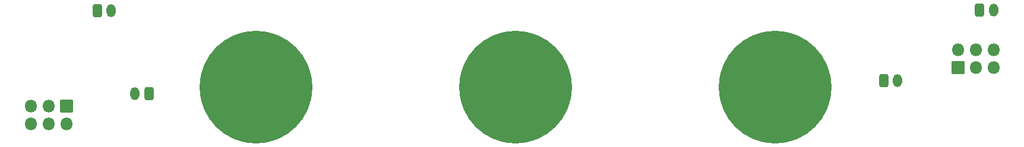
<source format=gbr>
G04 #@! TF.GenerationSoftware,KiCad,Pcbnew,(5.99.0-8941-ge2f8b1a4b1)*
G04 #@! TF.CreationDate,2021-03-10T18:45:48+13:00*
G04 #@! TF.ProjectId,diyBMS-Leaf,64697942-4d53-42d4-9c65-61662e6b6963,2.01*
G04 #@! TF.SameCoordinates,Original*
G04 #@! TF.FileFunction,Soldermask,Bot*
G04 #@! TF.FilePolarity,Negative*
%FSLAX46Y46*%
G04 Gerber Fmt 4.6, Leading zero omitted, Abs format (unit mm)*
G04 Created by KiCad (PCBNEW (5.99.0-8941-ge2f8b1a4b1)) date 2021-03-10 18:45:48*
%MOMM*%
%LPD*%
G01*
G04 APERTURE LIST*
G04 Aperture macros list*
%AMRoundRect*
0 Rectangle with rounded corners*
0 $1 Rounding radius*
0 $2 $3 $4 $5 $6 $7 $8 $9 X,Y pos of 4 corners*
0 Add a 4 corners polygon primitive as box body*
4,1,4,$2,$3,$4,$5,$6,$7,$8,$9,$2,$3,0*
0 Add four circle primitives for the rounded corners*
1,1,$1+$1,$2,$3*
1,1,$1+$1,$4,$5*
1,1,$1+$1,$6,$7*
1,1,$1+$1,$8,$9*
0 Add four rect primitives between the rounded corners*
20,1,$1+$1,$2,$3,$4,$5,0*
20,1,$1+$1,$4,$5,$6,$7,0*
20,1,$1+$1,$6,$7,$8,$9,0*
20,1,$1+$1,$8,$9,$2,$3,0*%
G04 Aperture macros list end*
%ADD10C,1.002000*%
%ADD11C,16.102000*%
%ADD12RoundRect,0.271250X0.379750X0.654750X-0.379750X0.654750X-0.379750X-0.654750X0.379750X-0.654750X0*%
%ADD13O,1.302000X1.852000*%
%ADD14RoundRect,0.271250X-0.379750X-0.654750X0.379750X-0.654750X0.379750X0.654750X-0.379750X0.654750X0*%
%ADD15RoundRect,0.051000X0.850000X-0.850000X0.850000X0.850000X-0.850000X0.850000X-0.850000X-0.850000X0*%
%ADD16O,1.802000X1.802000*%
%ADD17RoundRect,0.051000X-0.850000X0.850000X-0.850000X-0.850000X0.850000X-0.850000X0.850000X0.850000X0*%
G04 APERTURE END LIST*
D10*
X115500000Y-97875000D03*
X120375000Y-93000000D03*
X118947146Y-89552854D03*
X118947146Y-96447146D03*
X112052854Y-96447146D03*
X112052854Y-89552854D03*
X115500000Y-88125000D03*
D11*
X115500000Y-93000000D03*
D10*
X110625000Y-93000000D03*
X186052854Y-89552854D03*
X186052854Y-96447146D03*
D11*
X189500000Y-93000000D03*
D10*
X192947146Y-96447146D03*
X189500000Y-97875000D03*
X192947146Y-89552854D03*
X184625000Y-93000000D03*
X189500000Y-88125000D03*
X194375000Y-93000000D03*
X155947146Y-96447146D03*
X152500000Y-97875000D03*
X149052854Y-89552854D03*
X157375000Y-93000000D03*
X147625000Y-93000000D03*
D11*
X152500000Y-93000000D03*
D10*
X149052854Y-96447146D03*
X152500000Y-88125000D03*
X155947146Y-89552854D03*
D12*
X100300000Y-93950000D03*
D13*
X98300000Y-93950000D03*
D14*
X218700000Y-82000000D03*
D13*
X220700000Y-82000000D03*
D14*
X92900000Y-82050000D03*
D13*
X94900000Y-82050000D03*
D15*
X215575000Y-90175000D03*
D16*
X215575000Y-87635000D03*
X218115000Y-90175000D03*
X218115000Y-87635000D03*
X220655000Y-90175000D03*
X220655000Y-87635000D03*
D14*
X205000000Y-92100000D03*
D13*
X207000000Y-92100000D03*
D17*
X88500000Y-95750000D03*
D16*
X88500000Y-98290000D03*
X85960000Y-95750000D03*
X85960000Y-98290000D03*
X83420000Y-95750000D03*
X83420000Y-98290000D03*
M02*

</source>
